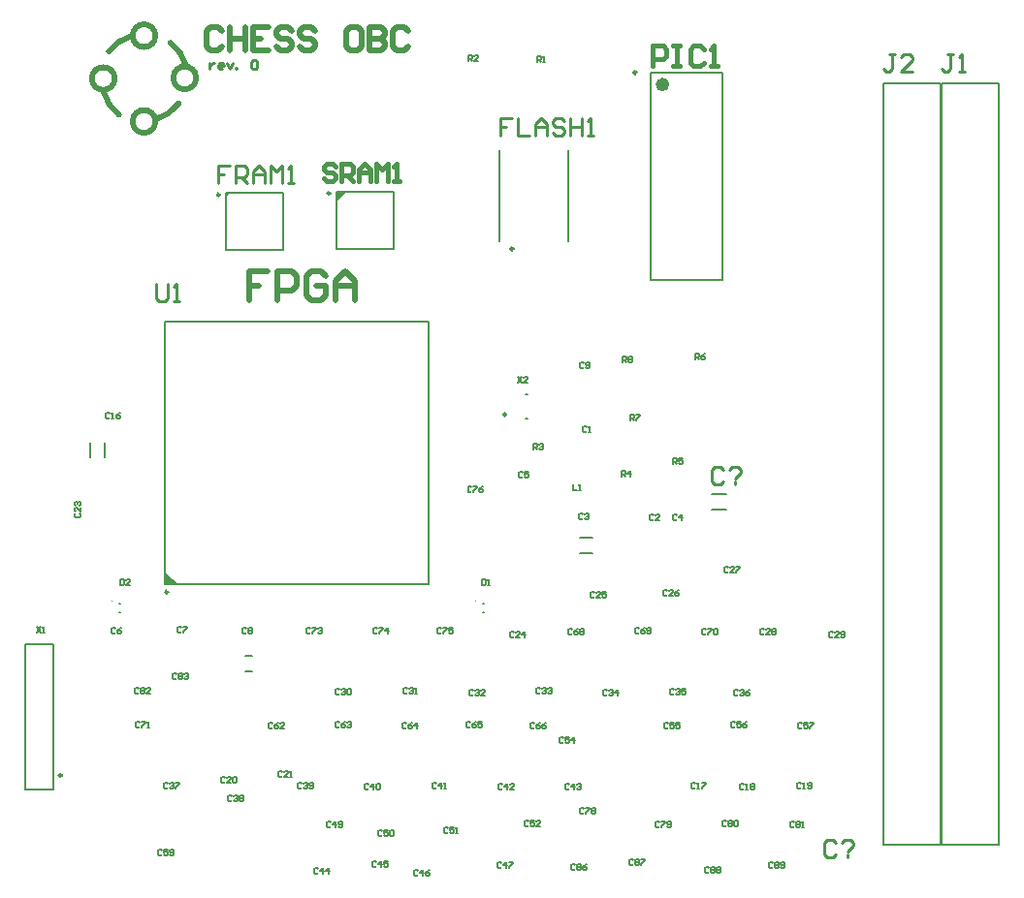
<source format=gto>
G04*
G04 #@! TF.GenerationSoftware,Altium Limited,Altium Designer,21.0.8 (223)*
G04*
G04 Layer_Color=65535*
%FSLAX25Y25*%
%MOIN*%
G70*
G04*
G04 #@! TF.SameCoordinates,1E681D1C-CCFD-48AA-A558-CB9795AED949*
G04*
G04*
G04 #@! TF.FilePolarity,Positive*
G04*
G01*
G75*
%ADD10C,0.00394*%
%ADD11C,0.00984*%
%ADD12C,0.02000*%
%ADD13C,0.02362*%
%ADD14C,0.00787*%
%ADD15C,0.01000*%
%ADD16C,0.00500*%
%ADD17C,0.01500*%
G36*
X186193Y238567D02*
X190130Y234630D01*
X186193D01*
Y238567D01*
D02*
G37*
G36*
X208088Y369342D02*
X207157Y368412D01*
Y369342D01*
X208088D01*
D02*
G37*
G36*
X248061Y369827D02*
X245079Y366844D01*
Y369827D01*
X248061D01*
D02*
G37*
D10*
X168102Y229024D02*
G03*
X168102Y229024I-197J0D01*
G01*
X293102D02*
G03*
X293102Y229024I-197J0D01*
G01*
D11*
X303512Y293146D02*
G03*
X303512Y293146I-492J0D01*
G01*
X205091Y368752D02*
G03*
X205091Y368752I-492J0D01*
G01*
X187276Y232071D02*
G03*
X187276Y232071I-492J0D01*
G01*
X305992Y350169D02*
G03*
X305992Y350169I-492J0D01*
G01*
X150776Y169000D02*
G03*
X150776Y169000I-492J0D01*
G01*
X348276Y410847D02*
G03*
X348276Y410847I-492J0D01*
G01*
X243012Y369236D02*
G03*
X243012Y369236I-492J0D01*
G01*
D12*
X165078Y404299D02*
G03*
X170350Y396307I14362J3739D01*
G01*
X175000Y423500D02*
G03*
X166894Y418080I3739J-14362D01*
G01*
X193500Y413000D02*
G03*
X188080Y421106I-14362J-3739D01*
G01*
X182739Y394638D02*
G03*
X190935Y400179I-3739J14362D01*
G01*
X168905Y408750D02*
G03*
X168905Y408750I-3905J0D01*
G01*
X182905Y423500D02*
G03*
X182905Y423500I-3905J0D01*
G01*
Y394000D02*
G03*
X182905Y394000I-3905J0D01*
G01*
X196905Y409000D02*
G03*
X196905Y409000I-3905J0D01*
G01*
X205832Y425165D02*
X204499Y426497D01*
X201833D01*
X200500Y425165D01*
Y419833D01*
X201833Y418500D01*
X204499D01*
X205832Y419833D01*
X208497Y426497D02*
Y418500D01*
Y422499D01*
X213829D01*
Y426497D01*
Y418500D01*
X221826Y426497D02*
X216495D01*
Y418500D01*
X221826D01*
X216495Y422499D02*
X219161D01*
X229824Y425165D02*
X228491Y426497D01*
X225825D01*
X224492Y425165D01*
Y423832D01*
X225825Y422499D01*
X228491D01*
X229824Y421166D01*
Y419833D01*
X228491Y418500D01*
X225825D01*
X224492Y419833D01*
X237821Y425165D02*
X236488Y426497D01*
X233822D01*
X232490Y425165D01*
Y423832D01*
X233822Y422499D01*
X236488D01*
X237821Y421166D01*
Y419833D01*
X236488Y418500D01*
X233822D01*
X232490Y419833D01*
X252483Y426497D02*
X249817D01*
X248484Y425165D01*
Y419833D01*
X249817Y418500D01*
X252483D01*
X253816Y419833D01*
Y425165D01*
X252483Y426497D01*
X256482D02*
Y418500D01*
X260481D01*
X261813Y419833D01*
Y421166D01*
X260481Y422499D01*
X256482D01*
X260481D01*
X261813Y423832D01*
Y425165D01*
X260481Y426497D01*
X256482D01*
X269811Y425165D02*
X268478Y426497D01*
X265812D01*
X264479Y425165D01*
Y419833D01*
X265812Y418500D01*
X268478D01*
X269811Y419833D01*
X221665Y342497D02*
X215000D01*
Y337498D01*
X218332D01*
X215000D01*
Y332500D01*
X224997D02*
Y342497D01*
X229995D01*
X231661Y340831D01*
Y337498D01*
X229995Y335832D01*
X224997D01*
X241658Y340831D02*
X239992Y342497D01*
X236660D01*
X234994Y340831D01*
Y334166D01*
X236660Y332500D01*
X239992D01*
X241658Y334166D01*
Y337498D01*
X238326D01*
X244990Y332500D02*
Y339164D01*
X248323Y342497D01*
X251655Y339164D01*
Y332500D01*
Y337498D01*
X244990D01*
D13*
X358413Y406693D02*
G03*
X358413Y406693I-1181J0D01*
G01*
D14*
X374005Y265657D02*
X379014D01*
X374005Y260343D02*
X379014D01*
X160343Y278495D02*
Y283505D01*
X165657Y278495D02*
Y283505D01*
X170370Y225087D02*
X170953D01*
X170370Y228236D02*
X170953D01*
X295370Y225087D02*
X295953D01*
X295370Y228236D02*
X295953D01*
X310106Y291866D02*
X310894D01*
X310106Y300134D02*
X310894D01*
X328912Y245320D02*
X333046D01*
X328933Y250658D02*
X333067D01*
X207157Y368412D02*
X208088Y369342D01*
X207157Y349658D02*
Y369342D01*
X226842Y349658D02*
Y369342D01*
X207157D02*
X226842D01*
X207157Y349658D02*
X226842D01*
X276744Y234630D02*
Y325181D01*
X186193Y234630D02*
Y325181D01*
X276744D01*
X186193Y234630D02*
X276744D01*
X186193Y238567D02*
X190130Y234630D01*
X301189Y352752D02*
Y384248D01*
X324811Y352752D02*
Y384248D01*
X453256Y144996D02*
Y407004D01*
Y144996D02*
X472744D01*
Y407004D01*
X453256D02*
X472744D01*
X433256Y144996D02*
Y407004D01*
Y144996D02*
X452744D01*
Y407004D01*
X433256D02*
X452744D01*
X213819Y204842D02*
X216181D01*
X213819Y210157D02*
X216181D01*
X138276Y164000D02*
X147724D01*
Y214000D01*
X138276D02*
X147724D01*
X138276Y164000D02*
Y214000D01*
X353295Y339370D02*
X377705D01*
X353295Y410630D02*
X377705D01*
Y339370D02*
Y410630D01*
X353295Y339370D02*
Y410630D01*
X245079Y350142D02*
X264764D01*
X245079Y369827D02*
X264764D01*
Y350142D02*
Y369827D01*
X245079Y350142D02*
Y369827D01*
Y366844D02*
X248061Y369827D01*
D15*
X201500Y413999D02*
Y412000D01*
Y413000D01*
X202000Y413499D01*
X202500Y413999D01*
X202999D01*
X205998Y412000D02*
X204999D01*
X204499Y412500D01*
Y413499D01*
X204999Y413999D01*
X205998D01*
X206498Y413499D01*
Y413000D01*
X204499D01*
X207498Y413999D02*
X208498Y412000D01*
X209497Y413999D01*
X210497Y412000D02*
Y412500D01*
X210997D01*
Y412000D01*
X210497D01*
X215995Y414499D02*
X216495Y414999D01*
X217495D01*
X217995Y414499D01*
Y412500D01*
X217495Y412000D01*
X216495D01*
X215995Y412500D01*
Y414499D01*
X378258Y274048D02*
X377259Y275048D01*
X375259D01*
X374260Y274048D01*
Y270050D01*
X375259Y269050D01*
X377259D01*
X378258Y270050D01*
X380258Y274048D02*
X381257Y275048D01*
X383257D01*
X384256Y274048D01*
Y273049D01*
X382257Y271049D01*
Y270050D02*
Y269050D01*
X416749Y145748D02*
X415749Y146748D01*
X413750D01*
X412750Y145748D01*
Y141750D01*
X413750Y140750D01*
X415749D01*
X416749Y141750D01*
X418748Y145748D02*
X419748Y146748D01*
X421747D01*
X422747Y145748D01*
Y144749D01*
X420747Y142749D01*
Y141750D02*
Y140750D01*
X208599Y378798D02*
X204600D01*
Y375799D01*
X206599D01*
X204600D01*
Y372800D01*
X210598D02*
Y378798D01*
X213597D01*
X214597Y377798D01*
Y375799D01*
X213597Y374799D01*
X210598D01*
X212597D02*
X214597Y372800D01*
X216596D02*
Y376799D01*
X218596Y378798D01*
X220595Y376799D01*
Y372800D01*
Y375799D01*
X216596D01*
X222594Y372800D02*
Y378798D01*
X224593Y376799D01*
X226593Y378798D01*
Y372800D01*
X228592D02*
X230592D01*
X229592D01*
Y378798D01*
X228592Y377798D01*
X305399Y394998D02*
X301400D01*
Y391999D01*
X303399D01*
X301400D01*
Y389000D01*
X307398Y394998D02*
Y389000D01*
X311397D01*
X313396D02*
Y392999D01*
X315395Y394998D01*
X317395Y392999D01*
Y389000D01*
Y391999D01*
X313396D01*
X323393Y393998D02*
X322393Y394998D01*
X320394D01*
X319394Y393998D01*
Y392999D01*
X320394Y391999D01*
X322393D01*
X323393Y390999D01*
Y390000D01*
X322393Y389000D01*
X320394D01*
X319394Y390000D01*
X325392Y394998D02*
Y389000D01*
Y391999D01*
X329391D01*
Y394998D01*
Y389000D01*
X331390D02*
X333390D01*
X332390D01*
Y394998D01*
X331390Y393998D01*
X183200Y338198D02*
Y333200D01*
X184200Y332200D01*
X186199D01*
X187199Y333200D01*
Y338198D01*
X189198Y332200D02*
X191197D01*
X190198D01*
Y338198D01*
X189198Y337198D01*
X437299Y416998D02*
X435299D01*
X436299D01*
Y412000D01*
X435299Y411000D01*
X434300D01*
X433300Y412000D01*
X443297Y411000D02*
X439298D01*
X443297Y414999D01*
Y415998D01*
X442297Y416998D01*
X440298D01*
X439298Y415998D01*
X457299Y416998D02*
X455299D01*
X456299D01*
Y412000D01*
X455299Y411000D01*
X454300D01*
X453300Y412000D01*
X459298Y411000D02*
X461297D01*
X460298D01*
Y416998D01*
X459298Y415998D01*
D16*
X307476Y306145D02*
X308808Y304146D01*
Y306145D02*
X307476Y304146D01*
X310808D02*
X309475D01*
X310808Y305479D01*
Y305812D01*
X310475Y306145D01*
X309808D01*
X309475Y305812D01*
X330167Y310666D02*
X329834Y311000D01*
X329167D01*
X328834Y310666D01*
Y309334D01*
X329167Y309000D01*
X329834D01*
X330167Y309334D01*
X330833D02*
X331167Y309000D01*
X331833D01*
X332166Y309334D01*
Y310666D01*
X331833Y311000D01*
X331167D01*
X330833Y310666D01*
Y310333D01*
X331167Y310000D01*
X332166D01*
X354214Y258505D02*
X353881Y258839D01*
X353215D01*
X352881Y258505D01*
Y257172D01*
X353215Y256839D01*
X353881D01*
X354214Y257172D01*
X356213Y256839D02*
X354881D01*
X356213Y258172D01*
Y258505D01*
X355880Y258839D01*
X355214D01*
X354881Y258505D01*
X331047Y288615D02*
X330714Y288949D01*
X330048D01*
X329714Y288615D01*
Y287283D01*
X330048Y286949D01*
X330714D01*
X331047Y287283D01*
X331714Y286949D02*
X332380D01*
X332047D01*
Y288949D01*
X331714Y288615D01*
X309105Y273115D02*
X308772Y273449D01*
X308105D01*
X307772Y273115D01*
Y271783D01*
X308105Y271449D01*
X308772D01*
X309105Y271783D01*
X311104Y273449D02*
X309771D01*
Y272449D01*
X310438Y272782D01*
X310771D01*
X311104Y272449D01*
Y271783D01*
X310771Y271449D01*
X310105D01*
X309771Y271783D01*
X326490Y268949D02*
Y266949D01*
X327823D01*
X328489D02*
X329156D01*
X328822D01*
Y268949D01*
X328489Y268616D01*
X360732Y276199D02*
Y278199D01*
X361732D01*
X362065Y277866D01*
Y277199D01*
X361732Y276866D01*
X360732D01*
X361399D02*
X362065Y276199D01*
X364065Y278199D02*
X362732D01*
Y277199D01*
X363398Y277532D01*
X363731D01*
X364065Y277199D01*
Y276533D01*
X363731Y276199D01*
X363065D01*
X362732Y276533D01*
X312834Y281000D02*
Y283000D01*
X313834D01*
X314167Y282666D01*
Y282000D01*
X313834Y281667D01*
X312834D01*
X313500D02*
X314167Y281000D01*
X314833Y282666D02*
X315166Y283000D01*
X315833D01*
X316166Y282666D01*
Y282333D01*
X315833Y282000D01*
X315500D01*
X315833D01*
X316166Y281667D01*
Y281334D01*
X315833Y281000D01*
X315166D01*
X314833Y281334D01*
X343232Y271699D02*
Y273699D01*
X344232D01*
X344565Y273365D01*
Y272699D01*
X344232Y272366D01*
X343232D01*
X343899D02*
X344565Y271699D01*
X346231D02*
Y273699D01*
X345232Y272699D01*
X346565D01*
X343334Y311000D02*
Y313000D01*
X344334D01*
X344667Y312667D01*
Y312000D01*
X344334Y311667D01*
X343334D01*
X344000D02*
X344667Y311000D01*
X345333Y312667D02*
X345667Y313000D01*
X346333D01*
X346666Y312667D01*
Y312333D01*
X346333Y312000D01*
X346666Y311667D01*
Y311334D01*
X346333Y311000D01*
X345667D01*
X345333Y311334D01*
Y311667D01*
X345667Y312000D01*
X345333Y312333D01*
Y312667D01*
X345667Y312000D02*
X346333D01*
X346181Y291073D02*
Y293072D01*
X347181D01*
X347514Y292739D01*
Y292073D01*
X347181Y291739D01*
X346181D01*
X346848D02*
X347514Y291073D01*
X348181Y293072D02*
X349514D01*
Y292739D01*
X348181Y291406D01*
Y291073D01*
X368334Y312000D02*
Y314000D01*
X369334D01*
X369667Y313667D01*
Y313000D01*
X369334Y312667D01*
X368334D01*
X369000D02*
X369667Y312000D01*
X371666Y314000D02*
X371000Y313667D01*
X370333Y313000D01*
Y312334D01*
X370667Y312000D01*
X371333D01*
X371666Y312334D01*
Y312667D01*
X371333Y313000D01*
X370333D01*
X290581Y414749D02*
Y416749D01*
X291581D01*
X291914Y416416D01*
Y415749D01*
X291581Y415416D01*
X290581D01*
X291248D02*
X291914Y414749D01*
X293914D02*
X292581D01*
X293914Y416082D01*
Y416416D01*
X293580Y416749D01*
X292914D01*
X292581Y416416D01*
X314015Y414549D02*
Y416549D01*
X315014D01*
X315347Y416216D01*
Y415549D01*
X315014Y415216D01*
X314015D01*
X314681D02*
X315347Y414549D01*
X316014D02*
X316680D01*
X316347D01*
Y416549D01*
X316014Y416216D01*
X167181Y293316D02*
X166848Y293649D01*
X166181D01*
X165848Y293316D01*
Y291983D01*
X166181Y291649D01*
X166848D01*
X167181Y291983D01*
X167848Y291649D02*
X168514D01*
X168181D01*
Y293649D01*
X167848Y293316D01*
X170847Y293649D02*
X170180Y293316D01*
X169514Y292649D01*
Y291983D01*
X169847Y291649D01*
X170513D01*
X170847Y291983D01*
Y292316D01*
X170513Y292649D01*
X169514D01*
X214114Y219415D02*
X213781Y219749D01*
X213115D01*
X212782Y219415D01*
Y218083D01*
X213115Y217749D01*
X213781D01*
X214114Y218083D01*
X214781Y219415D02*
X215114Y219749D01*
X215781D01*
X216114Y219415D01*
Y219082D01*
X215781Y218749D01*
X216114Y218416D01*
Y218083D01*
X215781Y217749D01*
X215114D01*
X214781Y218083D01*
Y218416D01*
X215114Y218749D01*
X214781Y219082D01*
Y219415D01*
X215114Y218749D02*
X215781D01*
X191714Y219616D02*
X191381Y219949D01*
X190715D01*
X190381Y219616D01*
Y218283D01*
X190715Y217949D01*
X191381D01*
X191714Y218283D01*
X192381Y219949D02*
X193713D01*
Y219616D01*
X192381Y218283D01*
Y217949D01*
X169014Y219316D02*
X168681Y219649D01*
X168015D01*
X167681Y219316D01*
Y217983D01*
X168015Y217649D01*
X168681D01*
X169014Y217983D01*
X171013Y219649D02*
X170347Y219316D01*
X169681Y218649D01*
Y217983D01*
X170014Y217649D01*
X170680D01*
X171013Y217983D01*
Y218316D01*
X170680Y218649D01*
X169681D01*
X185167Y143166D02*
X184834Y143500D01*
X184167D01*
X183834Y143166D01*
Y141834D01*
X184167Y141500D01*
X184834D01*
X185167Y141834D01*
X187167Y143500D02*
X185834D01*
Y142500D01*
X186500Y142833D01*
X186833D01*
X187167Y142500D01*
Y141834D01*
X186833Y141500D01*
X186167D01*
X185834Y141834D01*
X187833D02*
X188166Y141500D01*
X188833D01*
X189166Y141834D01*
Y143166D01*
X188833Y143500D01*
X188166D01*
X187833Y143166D01*
Y142833D01*
X188166Y142500D01*
X189166D01*
X405064Y186865D02*
X404731Y187199D01*
X404065D01*
X403732Y186865D01*
Y185533D01*
X404065Y185199D01*
X404731D01*
X405064Y185533D01*
X407064Y187199D02*
X405731D01*
Y186199D01*
X406397Y186532D01*
X406731D01*
X407064Y186199D01*
Y185533D01*
X406731Y185199D01*
X406064D01*
X405731Y185533D01*
X407730Y187199D02*
X409063D01*
Y186865D01*
X407730Y185533D01*
Y185199D01*
X382165Y187165D02*
X381831Y187499D01*
X381165D01*
X380832Y187165D01*
Y185833D01*
X381165Y185499D01*
X381831D01*
X382165Y185833D01*
X384164Y187499D02*
X382831D01*
Y186499D01*
X383497Y186832D01*
X383831D01*
X384164Y186499D01*
Y185833D01*
X383831Y185499D01*
X383164D01*
X382831Y185833D01*
X386163Y187499D02*
X385497Y187165D01*
X384830Y186499D01*
Y185833D01*
X385163Y185499D01*
X385830D01*
X386163Y185833D01*
Y186166D01*
X385830Y186499D01*
X384830D01*
X359015Y186926D02*
X358681Y187259D01*
X358015D01*
X357682Y186926D01*
Y185593D01*
X358015Y185260D01*
X358681D01*
X359015Y185593D01*
X361014Y187259D02*
X359681D01*
Y186259D01*
X360347Y186592D01*
X360681D01*
X361014Y186259D01*
Y185593D01*
X360681Y185260D01*
X360014D01*
X359681Y185593D01*
X363013Y187259D02*
X361680D01*
Y186259D01*
X362347Y186592D01*
X362680D01*
X363013Y186259D01*
Y185593D01*
X362680Y185260D01*
X362014D01*
X361680Y185593D01*
X323215Y181726D02*
X322881Y182059D01*
X322215D01*
X321882Y181726D01*
Y180393D01*
X322215Y180060D01*
X322881D01*
X323215Y180393D01*
X325214Y182059D02*
X323881D01*
Y181059D01*
X324547Y181393D01*
X324881D01*
X325214Y181059D01*
Y180393D01*
X324881Y180060D01*
X324214D01*
X323881Y180393D01*
X326880Y180060D02*
Y182059D01*
X325880Y181059D01*
X327213D01*
X313015Y186926D02*
X312681Y187259D01*
X312015D01*
X311682Y186926D01*
Y185593D01*
X312015Y185260D01*
X312681D01*
X313015Y185593D01*
X315014Y187259D02*
X314347Y186926D01*
X313681Y186259D01*
Y185593D01*
X314014Y185260D01*
X314681D01*
X315014Y185593D01*
Y185926D01*
X314681Y186259D01*
X313681D01*
X317013Y187259D02*
X316347Y186926D01*
X315680Y186259D01*
Y185593D01*
X316014Y185260D01*
X316680D01*
X317013Y185593D01*
Y185926D01*
X316680Y186259D01*
X315680D01*
X291165Y187165D02*
X290832Y187499D01*
X290165D01*
X289832Y187165D01*
Y185833D01*
X290165Y185499D01*
X290832D01*
X291165Y185833D01*
X293164Y187499D02*
X292498Y187165D01*
X291831Y186499D01*
Y185833D01*
X292164Y185499D01*
X292831D01*
X293164Y185833D01*
Y186166D01*
X292831Y186499D01*
X291831D01*
X295163Y187499D02*
X293831D01*
Y186499D01*
X294497Y186832D01*
X294830D01*
X295163Y186499D01*
Y185833D01*
X294830Y185499D01*
X294164D01*
X293831Y185833D01*
X269015Y186926D02*
X268681Y187259D01*
X268015D01*
X267682Y186926D01*
Y185593D01*
X268015Y185260D01*
X268681D01*
X269015Y185593D01*
X271014Y187259D02*
X270347Y186926D01*
X269681Y186259D01*
Y185593D01*
X270014Y185260D01*
X270681D01*
X271014Y185593D01*
Y185926D01*
X270681Y186259D01*
X269681D01*
X272680Y185260D02*
Y187259D01*
X271680Y186259D01*
X273013D01*
X246215Y187226D02*
X245881Y187559D01*
X245215D01*
X244882Y187226D01*
Y185893D01*
X245215Y185560D01*
X245881D01*
X246215Y185893D01*
X248214Y187559D02*
X247547Y187226D01*
X246881Y186559D01*
Y185893D01*
X247214Y185560D01*
X247881D01*
X248214Y185893D01*
Y186226D01*
X247881Y186559D01*
X246881D01*
X248880Y187226D02*
X249214Y187559D01*
X249880D01*
X250213Y187226D01*
Y186892D01*
X249880Y186559D01*
X249547D01*
X249880D01*
X250213Y186226D01*
Y185893D01*
X249880Y185560D01*
X249214D01*
X248880Y185893D01*
X223014Y186926D02*
X222681Y187259D01*
X222015D01*
X221682Y186926D01*
Y185593D01*
X222015Y185260D01*
X222681D01*
X223014Y185593D01*
X225014Y187259D02*
X224347Y186926D01*
X223681Y186259D01*
Y185593D01*
X224014Y185260D01*
X224681D01*
X225014Y185593D01*
Y185926D01*
X224681Y186259D01*
X223681D01*
X227013Y185260D02*
X225680D01*
X227013Y186592D01*
Y186926D01*
X226680Y187259D01*
X226013D01*
X225680Y186926D01*
X177548Y187226D02*
X177215Y187559D01*
X176548D01*
X176215Y187226D01*
Y185893D01*
X176548Y185560D01*
X177215D01*
X177548Y185893D01*
X178214Y187559D02*
X179547D01*
Y187226D01*
X178214Y185893D01*
Y185560D01*
X180213D02*
X180880D01*
X180547D01*
Y187559D01*
X180213Y187226D01*
X372064Y219266D02*
X371731Y219599D01*
X371065D01*
X370732Y219266D01*
Y217933D01*
X371065Y217599D01*
X371731D01*
X372064Y217933D01*
X372731Y219599D02*
X374064D01*
Y219266D01*
X372731Y217933D01*
Y217599D01*
X374730Y219266D02*
X375063Y219599D01*
X375730D01*
X376063Y219266D01*
Y217933D01*
X375730Y217599D01*
X375063D01*
X374730Y217933D01*
Y219266D01*
X349165Y219566D02*
X348831Y219899D01*
X348165D01*
X347832Y219566D01*
Y218233D01*
X348165Y217899D01*
X348831D01*
X349165Y218233D01*
X351164Y219899D02*
X350497Y219566D01*
X349831Y218899D01*
Y218233D01*
X350164Y217899D01*
X350831D01*
X351164Y218233D01*
Y218566D01*
X350831Y218899D01*
X349831D01*
X351830Y218233D02*
X352164Y217899D01*
X352830D01*
X353163Y218233D01*
Y219566D01*
X352830Y219899D01*
X352164D01*
X351830Y219566D01*
Y219232D01*
X352164Y218899D01*
X353163D01*
X326064Y219266D02*
X325731Y219599D01*
X325065D01*
X324732Y219266D01*
Y217933D01*
X325065Y217599D01*
X325731D01*
X326064Y217933D01*
X328064Y219599D02*
X327397Y219266D01*
X326731Y218599D01*
Y217933D01*
X327064Y217599D01*
X327731D01*
X328064Y217933D01*
Y218266D01*
X327731Y218599D01*
X326731D01*
X328730Y219266D02*
X329064Y219599D01*
X329730D01*
X330063Y219266D01*
Y218932D01*
X329730Y218599D01*
X330063Y218266D01*
Y217933D01*
X329730Y217599D01*
X329064D01*
X328730Y217933D01*
Y218266D01*
X329064Y218599D01*
X328730Y218932D01*
Y219266D01*
X329064Y218599D02*
X329730D01*
X291665Y268176D02*
X291331Y268509D01*
X290665D01*
X290332Y268176D01*
Y266843D01*
X290665Y266510D01*
X291331D01*
X291665Y266843D01*
X292331Y268509D02*
X293664D01*
Y268176D01*
X292331Y266843D01*
Y266510D01*
X295663Y268509D02*
X294997Y268176D01*
X294330Y267509D01*
Y266843D01*
X294664Y266510D01*
X295330D01*
X295663Y266843D01*
Y267176D01*
X295330Y267509D01*
X294330D01*
X281015Y219316D02*
X280682Y219649D01*
X280015D01*
X279682Y219316D01*
Y217983D01*
X280015Y217649D01*
X280682D01*
X281015Y217983D01*
X281681Y219649D02*
X283014D01*
Y219316D01*
X281681Y217983D01*
Y217649D01*
X285014Y219649D02*
X283681D01*
Y218649D01*
X284347Y218982D01*
X284680D01*
X285014Y218649D01*
Y217983D01*
X284680Y217649D01*
X284014D01*
X283681Y217983D01*
X259165Y219566D02*
X258831Y219899D01*
X258165D01*
X257832Y219566D01*
Y218233D01*
X258165Y217899D01*
X258831D01*
X259165Y218233D01*
X259831Y219899D02*
X261164D01*
Y219566D01*
X259831Y218233D01*
Y217899D01*
X262830D02*
Y219899D01*
X261830Y218899D01*
X263163D01*
X236015Y219316D02*
X235681Y219649D01*
X235015D01*
X234682Y219316D01*
Y217983D01*
X235015Y217649D01*
X235681D01*
X236015Y217983D01*
X236681Y219649D02*
X238014D01*
Y219316D01*
X236681Y217983D01*
Y217649D01*
X238680Y219316D02*
X239014Y219649D01*
X239680D01*
X240013Y219316D01*
Y218982D01*
X239680Y218649D01*
X239347D01*
X239680D01*
X240013Y218316D01*
Y217983D01*
X239680Y217649D01*
X239014D01*
X238680Y217983D01*
X190015Y203816D02*
X189681Y204149D01*
X189015D01*
X188682Y203816D01*
Y202483D01*
X189015Y202149D01*
X189681D01*
X190015Y202483D01*
X190681Y203816D02*
X191014Y204149D01*
X191681D01*
X192014Y203816D01*
Y203482D01*
X191681Y203149D01*
X192014Y202816D01*
Y202483D01*
X191681Y202149D01*
X191014D01*
X190681Y202483D01*
Y202816D01*
X191014Y203149D01*
X190681Y203482D01*
Y203816D01*
X191014Y203149D02*
X191681D01*
X192680Y203816D02*
X193014Y204149D01*
X193680D01*
X194013Y203816D01*
Y203482D01*
X193680Y203149D01*
X193347D01*
X193680D01*
X194013Y202816D01*
Y202483D01*
X193680Y202149D01*
X193014D01*
X192680Y202483D01*
X177215Y198616D02*
X176881Y198949D01*
X176215D01*
X175882Y198616D01*
Y197283D01*
X176215Y196949D01*
X176881D01*
X177215Y197283D01*
X177881Y198616D02*
X178214Y198949D01*
X178881D01*
X179214Y198616D01*
Y198282D01*
X178881Y197949D01*
X179214Y197616D01*
Y197283D01*
X178881Y196949D01*
X178214D01*
X177881Y197283D01*
Y197616D01*
X178214Y197949D01*
X177881Y198282D01*
Y198616D01*
X178214Y197949D02*
X178881D01*
X181213Y196949D02*
X179880D01*
X181213Y198282D01*
Y198616D01*
X180880Y198949D01*
X180213D01*
X179880Y198616D01*
X402348Y152926D02*
X402014Y153259D01*
X401348D01*
X401015Y152926D01*
Y151593D01*
X401348Y151260D01*
X402014D01*
X402348Y151593D01*
X403014Y152926D02*
X403347Y153259D01*
X404014D01*
X404347Y152926D01*
Y152593D01*
X404014Y152259D01*
X404347Y151926D01*
Y151593D01*
X404014Y151260D01*
X403347D01*
X403014Y151593D01*
Y151926D01*
X403347Y152259D01*
X403014Y152593D01*
Y152926D01*
X403347Y152259D02*
X404014D01*
X405014Y151260D02*
X405680D01*
X405347D01*
Y153259D01*
X405014Y152926D01*
X379165Y153165D02*
X378831Y153499D01*
X378165D01*
X377832Y153165D01*
Y151833D01*
X378165Y151499D01*
X378831D01*
X379165Y151833D01*
X379831Y153165D02*
X380164Y153499D01*
X380831D01*
X381164Y153165D01*
Y152832D01*
X380831Y152499D01*
X381164Y152166D01*
Y151833D01*
X380831Y151499D01*
X380164D01*
X379831Y151833D01*
Y152166D01*
X380164Y152499D01*
X379831Y152832D01*
Y153165D01*
X380164Y152499D02*
X380831D01*
X381830Y153165D02*
X382164Y153499D01*
X382830D01*
X383163Y153165D01*
Y151833D01*
X382830Y151499D01*
X382164D01*
X381830Y151833D01*
Y153165D01*
X356014Y152926D02*
X355681Y153259D01*
X355015D01*
X354682Y152926D01*
Y151593D01*
X355015Y151260D01*
X355681D01*
X356014Y151593D01*
X356681Y153259D02*
X358014D01*
Y152926D01*
X356681Y151593D01*
Y151260D01*
X358680Y151593D02*
X359014Y151260D01*
X359680D01*
X360013Y151593D01*
Y152926D01*
X359680Y153259D01*
X359014D01*
X358680Y152926D01*
Y152593D01*
X359014Y152259D01*
X360013D01*
X330065Y157366D02*
X329731Y157699D01*
X329065D01*
X328732Y157366D01*
Y156033D01*
X329065Y155699D01*
X329731D01*
X330065Y156033D01*
X330731Y157699D02*
X332064D01*
Y157366D01*
X330731Y156033D01*
Y155699D01*
X332730Y157366D02*
X333064Y157699D01*
X333730D01*
X334063Y157366D01*
Y157032D01*
X333730Y156699D01*
X334063Y156366D01*
Y156033D01*
X333730Y155699D01*
X333064D01*
X332730Y156033D01*
Y156366D01*
X333064Y156699D01*
X332730Y157032D01*
Y157366D01*
X333064Y156699D02*
X333730D01*
X311215Y153226D02*
X310882Y153559D01*
X310215D01*
X309882Y153226D01*
Y151893D01*
X310215Y151560D01*
X310882D01*
X311215Y151893D01*
X313214Y153559D02*
X311881D01*
Y152559D01*
X312548Y152892D01*
X312881D01*
X313214Y152559D01*
Y151893D01*
X312881Y151560D01*
X312214D01*
X311881Y151893D01*
X315213Y151560D02*
X313881D01*
X315213Y152892D01*
Y153226D01*
X314880Y153559D01*
X314214D01*
X313881Y153226D01*
X283500Y150666D02*
X283167Y151000D01*
X282501D01*
X282167Y150666D01*
Y149334D01*
X282501Y149000D01*
X283167D01*
X283500Y149334D01*
X285500Y151000D02*
X284167D01*
Y150000D01*
X284833Y150333D01*
X285167D01*
X285500Y150000D01*
Y149334D01*
X285167Y149000D01*
X284500D01*
X284167Y149334D01*
X286166Y149000D02*
X286833D01*
X286499D01*
Y151000D01*
X286166Y150666D01*
X260667Y149667D02*
X260334Y150000D01*
X259667D01*
X259334Y149667D01*
Y148334D01*
X259667Y148000D01*
X260334D01*
X260667Y148334D01*
X262666Y150000D02*
X261334D01*
Y149000D01*
X262000Y149333D01*
X262333D01*
X262666Y149000D01*
Y148334D01*
X262333Y148000D01*
X261667D01*
X261334Y148334D01*
X263333Y149667D02*
X263666Y150000D01*
X264333D01*
X264666Y149667D01*
Y148334D01*
X264333Y148000D01*
X263666D01*
X263333Y148334D01*
Y149667D01*
X243064Y152866D02*
X242731Y153199D01*
X242065D01*
X241732Y152866D01*
Y151533D01*
X242065Y151199D01*
X242731D01*
X243064Y151533D01*
X244731Y151199D02*
Y153199D01*
X243731Y152199D01*
X245064D01*
X245730Y151533D02*
X246063Y151199D01*
X246730D01*
X247063Y151533D01*
Y152866D01*
X246730Y153199D01*
X246063D01*
X245730Y152866D01*
Y152532D01*
X246063Y152199D01*
X247063D01*
X395167Y138666D02*
X394834Y139000D01*
X394167D01*
X393834Y138666D01*
Y137334D01*
X394167Y137000D01*
X394834D01*
X395167Y137334D01*
X395834Y138666D02*
X396167Y139000D01*
X396833D01*
X397166Y138666D01*
Y138333D01*
X396833Y138000D01*
X397166Y137667D01*
Y137334D01*
X396833Y137000D01*
X396167D01*
X395834Y137334D01*
Y137667D01*
X396167Y138000D01*
X395834Y138333D01*
Y138666D01*
X396167Y138000D02*
X396833D01*
X397833Y137334D02*
X398166Y137000D01*
X398833D01*
X399166Y137334D01*
Y138666D01*
X398833Y139000D01*
X398166D01*
X397833Y138666D01*
Y138333D01*
X398166Y138000D01*
X399166D01*
X373167Y137167D02*
X372834Y137500D01*
X372167D01*
X371834Y137167D01*
Y135834D01*
X372167Y135500D01*
X372834D01*
X373167Y135834D01*
X373834Y137167D02*
X374167Y137500D01*
X374833D01*
X375166Y137167D01*
Y136833D01*
X374833Y136500D01*
X375166Y136167D01*
Y135834D01*
X374833Y135500D01*
X374167D01*
X373834Y135834D01*
Y136167D01*
X374167Y136500D01*
X373834Y136833D01*
Y137167D01*
X374167Y136500D02*
X374833D01*
X375833Y137167D02*
X376166Y137500D01*
X376833D01*
X377166Y137167D01*
Y136833D01*
X376833Y136500D01*
X377166Y136167D01*
Y135834D01*
X376833Y135500D01*
X376166D01*
X375833Y135834D01*
Y136167D01*
X376166Y136500D01*
X375833Y136833D01*
Y137167D01*
X376166Y136500D02*
X376833D01*
X347167Y139666D02*
X346834Y140000D01*
X346167D01*
X345834Y139666D01*
Y138334D01*
X346167Y138000D01*
X346834D01*
X347167Y138334D01*
X347834Y139666D02*
X348167Y140000D01*
X348833D01*
X349166Y139666D01*
Y139333D01*
X348833Y139000D01*
X349166Y138667D01*
Y138334D01*
X348833Y138000D01*
X348167D01*
X347834Y138334D01*
Y138667D01*
X348167Y139000D01*
X347834Y139333D01*
Y139666D01*
X348167Y139000D02*
X348833D01*
X349833Y140000D02*
X351166D01*
Y139666D01*
X349833Y138334D01*
Y138000D01*
X327167Y138166D02*
X326834Y138500D01*
X326167D01*
X325834Y138166D01*
Y136834D01*
X326167Y136500D01*
X326834D01*
X327167Y136834D01*
X327834Y138166D02*
X328167Y138500D01*
X328833D01*
X329166Y138166D01*
Y137833D01*
X328833Y137500D01*
X329166Y137167D01*
Y136834D01*
X328833Y136500D01*
X328167D01*
X327834Y136834D01*
Y137167D01*
X328167Y137500D01*
X327834Y137833D01*
Y138166D01*
X328167Y137500D02*
X328833D01*
X331166Y138500D02*
X330499Y138166D01*
X329833Y137500D01*
Y136834D01*
X330166Y136500D01*
X330833D01*
X331166Y136834D01*
Y137167D01*
X330833Y137500D01*
X329833D01*
X301667Y138666D02*
X301334Y139000D01*
X300667D01*
X300334Y138666D01*
Y137334D01*
X300667Y137000D01*
X301334D01*
X301667Y137334D01*
X303333Y137000D02*
Y139000D01*
X302334Y138000D01*
X303666D01*
X304333Y139000D02*
X305666D01*
Y138666D01*
X304333Y137334D01*
Y137000D01*
X273199Y136056D02*
X272865Y136390D01*
X272199D01*
X271866Y136056D01*
Y134723D01*
X272199Y134390D01*
X272865D01*
X273199Y134723D01*
X274865Y134390D02*
Y136390D01*
X273865Y135390D01*
X275198D01*
X277197Y136390D02*
X276531Y136056D01*
X275864Y135390D01*
Y134723D01*
X276198Y134390D01*
X276864D01*
X277197Y134723D01*
Y135056D01*
X276864Y135390D01*
X275864D01*
X258667Y139166D02*
X258334Y139500D01*
X257667D01*
X257334Y139166D01*
Y137834D01*
X257667Y137500D01*
X258334D01*
X258667Y137834D01*
X260333Y137500D02*
Y139500D01*
X259334Y138500D01*
X260666D01*
X262666Y139500D02*
X261333D01*
Y138500D01*
X261999Y138833D01*
X262333D01*
X262666Y138500D01*
Y137834D01*
X262333Y137500D01*
X261666D01*
X261333Y137834D01*
X238667Y136667D02*
X238334Y137000D01*
X237667D01*
X237334Y136667D01*
Y135334D01*
X237667Y135000D01*
X238334D01*
X238667Y135334D01*
X240333Y135000D02*
Y137000D01*
X239334Y136000D01*
X240666D01*
X242333Y135000D02*
Y137000D01*
X241333Y136000D01*
X242666D01*
X325064Y165866D02*
X324731Y166199D01*
X324065D01*
X323732Y165866D01*
Y164533D01*
X324065Y164199D01*
X324731D01*
X325064Y164533D01*
X326731Y164199D02*
Y166199D01*
X325731Y165199D01*
X327064D01*
X327730Y165866D02*
X328064Y166199D01*
X328730D01*
X329063Y165866D01*
Y165532D01*
X328730Y165199D01*
X328397D01*
X328730D01*
X329063Y164866D01*
Y164533D01*
X328730Y164199D01*
X328064D01*
X327730Y164533D01*
X302064Y165866D02*
X301731Y166199D01*
X301065D01*
X300732Y165866D01*
Y164533D01*
X301065Y164199D01*
X301731D01*
X302064Y164533D01*
X303731Y164199D02*
Y166199D01*
X302731Y165199D01*
X304064D01*
X306063Y164199D02*
X304730D01*
X306063Y165532D01*
Y165866D01*
X305730Y166199D01*
X305064D01*
X304730Y165866D01*
X279548Y166226D02*
X279215Y166559D01*
X278548D01*
X278215Y166226D01*
Y164893D01*
X278548Y164560D01*
X279215D01*
X279548Y164893D01*
X281214Y164560D02*
Y166559D01*
X280214Y165559D01*
X281547D01*
X282213Y164560D02*
X282880D01*
X282547D01*
Y166559D01*
X282213Y166226D01*
X256014Y165926D02*
X255681Y166259D01*
X255015D01*
X254682Y165926D01*
Y164593D01*
X255015Y164260D01*
X255681D01*
X256014Y164593D01*
X257681Y164260D02*
Y166259D01*
X256681Y165259D01*
X258014D01*
X258680Y165926D02*
X259014Y166259D01*
X259680D01*
X260013Y165926D01*
Y164593D01*
X259680Y164260D01*
X259014D01*
X258680Y164593D01*
Y165926D01*
X233165Y166165D02*
X232831Y166499D01*
X232165D01*
X231832Y166165D01*
Y164833D01*
X232165Y164499D01*
X232831D01*
X233165Y164833D01*
X233831Y166165D02*
X234164Y166499D01*
X234831D01*
X235164Y166165D01*
Y165832D01*
X234831Y165499D01*
X234497D01*
X234831D01*
X235164Y165166D01*
Y164833D01*
X234831Y164499D01*
X234164D01*
X233831Y164833D01*
X235830D02*
X236163Y164499D01*
X236830D01*
X237163Y164833D01*
Y166165D01*
X236830Y166499D01*
X236163D01*
X235830Y166165D01*
Y165832D01*
X236163Y165499D01*
X237163D01*
X209065Y161724D02*
X208731Y162057D01*
X208065D01*
X207732Y161724D01*
Y160391D01*
X208065Y160058D01*
X208731D01*
X209065Y160391D01*
X209731Y161724D02*
X210064Y162057D01*
X210731D01*
X211064Y161724D01*
Y161390D01*
X210731Y161057D01*
X210397D01*
X210731D01*
X211064Y160724D01*
Y160391D01*
X210731Y160058D01*
X210064D01*
X209731Y160391D01*
X211730Y161724D02*
X212064Y162057D01*
X212730D01*
X213063Y161724D01*
Y161390D01*
X212730Y161057D01*
X213063Y160724D01*
Y160391D01*
X212730Y160058D01*
X212064D01*
X211730Y160391D01*
Y160724D01*
X212064Y161057D01*
X211730Y161390D01*
Y161724D01*
X212064Y161057D02*
X212730D01*
X187215Y166226D02*
X186881Y166559D01*
X186215D01*
X185882Y166226D01*
Y164893D01*
X186215Y164560D01*
X186881D01*
X187215Y164893D01*
X187881Y166226D02*
X188214Y166559D01*
X188881D01*
X189214Y166226D01*
Y165893D01*
X188881Y165559D01*
X188547D01*
X188881D01*
X189214Y165226D01*
Y164893D01*
X188881Y164560D01*
X188214D01*
X187881Y164893D01*
X189880Y166559D02*
X191213D01*
Y166226D01*
X189880Y164893D01*
Y164560D01*
X383065Y198266D02*
X382732Y198599D01*
X382065D01*
X381732Y198266D01*
Y196933D01*
X382065Y196599D01*
X382732D01*
X383065Y196933D01*
X383731Y198266D02*
X384065Y198599D01*
X384731D01*
X385064Y198266D01*
Y197932D01*
X384731Y197599D01*
X384398D01*
X384731D01*
X385064Y197266D01*
Y196933D01*
X384731Y196599D01*
X384065D01*
X383731Y196933D01*
X387064Y198599D02*
X386397Y198266D01*
X385731Y197599D01*
Y196933D01*
X386064Y196599D01*
X386730D01*
X387064Y196933D01*
Y197266D01*
X386730Y197599D01*
X385731D01*
X361164Y198565D02*
X360831Y198899D01*
X360165D01*
X359832Y198565D01*
Y197233D01*
X360165Y196899D01*
X360831D01*
X361164Y197233D01*
X361831Y198565D02*
X362164Y198899D01*
X362831D01*
X363164Y198565D01*
Y198232D01*
X362831Y197899D01*
X362497D01*
X362831D01*
X363164Y197566D01*
Y197233D01*
X362831Y196899D01*
X362164D01*
X361831Y197233D01*
X365163Y198899D02*
X363830D01*
Y197899D01*
X364497Y198232D01*
X364830D01*
X365163Y197899D01*
Y197233D01*
X364830Y196899D01*
X364163D01*
X363830Y197233D01*
X338065Y198266D02*
X337731Y198599D01*
X337065D01*
X336732Y198266D01*
Y196933D01*
X337065Y196599D01*
X337731D01*
X338065Y196933D01*
X338731Y198266D02*
X339064Y198599D01*
X339731D01*
X340064Y198266D01*
Y197932D01*
X339731Y197599D01*
X339397D01*
X339731D01*
X340064Y197266D01*
Y196933D01*
X339731Y196599D01*
X339064D01*
X338731Y196933D01*
X341730Y196599D02*
Y198599D01*
X340730Y197599D01*
X342063D01*
X315214Y198616D02*
X314881Y198949D01*
X314215D01*
X313882Y198616D01*
Y197283D01*
X314215Y196949D01*
X314881D01*
X315214Y197283D01*
X315881Y198616D02*
X316214Y198949D01*
X316881D01*
X317214Y198616D01*
Y198282D01*
X316881Y197949D01*
X316547D01*
X316881D01*
X317214Y197616D01*
Y197283D01*
X316881Y196949D01*
X316214D01*
X315881Y197283D01*
X317880Y198616D02*
X318214Y198949D01*
X318880D01*
X319213Y198616D01*
Y198282D01*
X318880Y197949D01*
X318547D01*
X318880D01*
X319213Y197616D01*
Y197283D01*
X318880Y196949D01*
X318214D01*
X317880Y197283D01*
X292064Y198266D02*
X291731Y198599D01*
X291065D01*
X290732Y198266D01*
Y196933D01*
X291065Y196599D01*
X291731D01*
X292064Y196933D01*
X292731Y198266D02*
X293064Y198599D01*
X293731D01*
X294064Y198266D01*
Y197932D01*
X293731Y197599D01*
X293397D01*
X293731D01*
X294064Y197266D01*
Y196933D01*
X293731Y196599D01*
X293064D01*
X292731Y196933D01*
X296063Y196599D02*
X294730D01*
X296063Y197932D01*
Y198266D01*
X295730Y198599D01*
X295063D01*
X294730Y198266D01*
X269548Y198616D02*
X269215Y198949D01*
X268548D01*
X268215Y198616D01*
Y197283D01*
X268548Y196949D01*
X269215D01*
X269548Y197283D01*
X270214Y198616D02*
X270547Y198949D01*
X271214D01*
X271547Y198616D01*
Y198282D01*
X271214Y197949D01*
X270881D01*
X271214D01*
X271547Y197616D01*
Y197283D01*
X271214Y196949D01*
X270547D01*
X270214Y197283D01*
X272214Y196949D02*
X272880D01*
X272547D01*
Y198949D01*
X272214Y198616D01*
X246014Y198316D02*
X245681Y198649D01*
X245015D01*
X244682Y198316D01*
Y196983D01*
X245015Y196649D01*
X245681D01*
X246014Y196983D01*
X246681Y198316D02*
X247014Y198649D01*
X247681D01*
X248014Y198316D01*
Y197982D01*
X247681Y197649D01*
X247347D01*
X247681D01*
X248014Y197316D01*
Y196983D01*
X247681Y196649D01*
X247014D01*
X246681Y196983D01*
X248680Y198316D02*
X249013Y198649D01*
X249680D01*
X250013Y198316D01*
Y196983D01*
X249680Y196649D01*
X249013D01*
X248680Y196983D01*
Y198316D01*
X415667Y218166D02*
X415334Y218500D01*
X414667D01*
X414334Y218166D01*
Y216834D01*
X414667Y216500D01*
X415334D01*
X415667Y216834D01*
X417666Y216500D02*
X416334D01*
X417666Y217833D01*
Y218166D01*
X417333Y218500D01*
X416667D01*
X416334Y218166D01*
X418333Y216834D02*
X418666Y216500D01*
X419333D01*
X419666Y216834D01*
Y218166D01*
X419333Y218500D01*
X418666D01*
X418333Y218166D01*
Y217833D01*
X418666Y217500D01*
X419666D01*
X392167Y219166D02*
X391834Y219500D01*
X391167D01*
X390834Y219166D01*
Y217834D01*
X391167Y217500D01*
X391834D01*
X392167Y217834D01*
X394166Y217500D02*
X392834D01*
X394166Y218833D01*
Y219166D01*
X393833Y219500D01*
X393167D01*
X392834Y219166D01*
X394833D02*
X395166Y219500D01*
X395833D01*
X396166Y219166D01*
Y218833D01*
X395833Y218500D01*
X396166Y218167D01*
Y217834D01*
X395833Y217500D01*
X395166D01*
X394833Y217834D01*
Y218167D01*
X395166Y218500D01*
X394833Y218833D01*
Y219166D01*
X395166Y218500D02*
X395833D01*
X379667Y240556D02*
X379334Y240889D01*
X378667D01*
X378334Y240556D01*
Y239223D01*
X378667Y238890D01*
X379334D01*
X379667Y239223D01*
X381666Y238890D02*
X380334D01*
X381666Y240223D01*
Y240556D01*
X381333Y240889D01*
X380667D01*
X380334Y240556D01*
X382333Y240889D02*
X383666D01*
Y240556D01*
X382333Y239223D01*
Y238890D01*
X358667Y232556D02*
X358334Y232889D01*
X357667D01*
X357334Y232556D01*
Y231223D01*
X357667Y230890D01*
X358334D01*
X358667Y231223D01*
X360666Y230890D02*
X359334D01*
X360666Y232223D01*
Y232556D01*
X360333Y232889D01*
X359667D01*
X359334Y232556D01*
X362666Y232889D02*
X361999Y232556D01*
X361333Y231890D01*
Y231223D01*
X361666Y230890D01*
X362333D01*
X362666Y231223D01*
Y231557D01*
X362333Y231890D01*
X361333D01*
X333667Y231946D02*
X333334Y232279D01*
X332667D01*
X332334Y231946D01*
Y230613D01*
X332667Y230280D01*
X333334D01*
X333667Y230613D01*
X335666Y230280D02*
X334334D01*
X335666Y231613D01*
Y231946D01*
X335333Y232279D01*
X334667D01*
X334334Y231946D01*
X337666Y232279D02*
X336333D01*
Y231279D01*
X336999Y231613D01*
X337333D01*
X337666Y231279D01*
Y230613D01*
X337333Y230280D01*
X336666D01*
X336333Y230613D01*
X306167Y218166D02*
X305834Y218500D01*
X305167D01*
X304834Y218166D01*
Y216834D01*
X305167Y216500D01*
X305834D01*
X306167Y216834D01*
X308166Y216500D02*
X306834D01*
X308166Y217833D01*
Y218166D01*
X307833Y218500D01*
X307167D01*
X306834Y218166D01*
X309833Y216500D02*
Y218500D01*
X308833Y217500D01*
X310166D01*
X155444Y259167D02*
X155111Y258834D01*
Y258167D01*
X155444Y257834D01*
X156777D01*
X157110Y258167D01*
Y258834D01*
X156777Y259167D01*
X157110Y261166D02*
Y259834D01*
X155777Y261166D01*
X155444D01*
X155111Y260833D01*
Y260167D01*
X155444Y259834D01*
Y261833D02*
X155111Y262166D01*
Y262833D01*
X155444Y263166D01*
X155777D01*
X156110Y262833D01*
Y262499D01*
Y262833D01*
X156444Y263166D01*
X156777D01*
X157110Y262833D01*
Y262166D01*
X156777Y261833D01*
X226500Y170167D02*
X226167Y170500D01*
X225501D01*
X225167Y170167D01*
Y168834D01*
X225501Y168500D01*
X226167D01*
X226500Y168834D01*
X228500Y168500D02*
X227167D01*
X228500Y169833D01*
Y170167D01*
X228167Y170500D01*
X227500D01*
X227167Y170167D01*
X229166Y168500D02*
X229833D01*
X229499D01*
Y170500D01*
X229166Y170167D01*
X206667Y168166D02*
X206334Y168500D01*
X205667D01*
X205334Y168166D01*
Y166834D01*
X205667Y166500D01*
X206334D01*
X206667Y166834D01*
X208666Y166500D02*
X207334D01*
X208666Y167833D01*
Y168166D01*
X208333Y168500D01*
X207667D01*
X207334Y168166D01*
X209333D02*
X209666Y168500D01*
X210333D01*
X210666Y168166D01*
Y166834D01*
X210333Y166500D01*
X209666D01*
X209333Y166834D01*
Y168166D01*
X404831Y166165D02*
X404498Y166499D01*
X403832D01*
X403498Y166165D01*
Y164833D01*
X403832Y164499D01*
X404498D01*
X404831Y164833D01*
X405498Y164499D02*
X406164D01*
X405831D01*
Y166499D01*
X405498Y166165D01*
X407164Y164833D02*
X407497Y164499D01*
X408163D01*
X408497Y164833D01*
Y166165D01*
X408163Y166499D01*
X407497D01*
X407164Y166165D01*
Y165832D01*
X407497Y165499D01*
X408497D01*
X385182Y165926D02*
X384849Y166259D01*
X384182D01*
X383849Y165926D01*
Y164593D01*
X384182Y164260D01*
X384849D01*
X385182Y164593D01*
X385848Y164260D02*
X386515D01*
X386182D01*
Y166259D01*
X385848Y165926D01*
X387515D02*
X387848Y166259D01*
X388514D01*
X388848Y165926D01*
Y165593D01*
X388514Y165259D01*
X388848Y164926D01*
Y164593D01*
X388514Y164260D01*
X387848D01*
X387515Y164593D01*
Y164926D01*
X387848Y165259D01*
X387515Y165593D01*
Y165926D01*
X387848Y165259D02*
X388514D01*
X368382Y166226D02*
X368049Y166559D01*
X367382D01*
X367049Y166226D01*
Y164893D01*
X367382Y164560D01*
X368049D01*
X368382Y164893D01*
X369049Y164560D02*
X369715D01*
X369382D01*
Y166559D01*
X369049Y166226D01*
X370715Y166559D02*
X372048D01*
Y166226D01*
X370715Y164893D01*
Y164560D01*
X142167Y220000D02*
X143500Y218000D01*
Y220000D02*
X142167Y218000D01*
X144167D02*
X144833D01*
X144500D01*
Y220000D01*
X144167Y219667D01*
X329865Y258865D02*
X329532Y259199D01*
X328866D01*
X328532Y258865D01*
Y257533D01*
X328866Y257199D01*
X329532D01*
X329865Y257533D01*
X330532Y258865D02*
X330865Y259199D01*
X331531D01*
X331865Y258865D01*
Y258532D01*
X331531Y258199D01*
X331198D01*
X331531D01*
X331865Y257866D01*
Y257533D01*
X331531Y257199D01*
X330865D01*
X330532Y257533D01*
X362218Y258466D02*
X361885Y258799D01*
X361219D01*
X360885Y258466D01*
Y257133D01*
X361219Y256799D01*
X361885D01*
X362218Y257133D01*
X363884Y256799D02*
Y258799D01*
X362885Y257799D01*
X364218D01*
X170944Y236410D02*
Y234411D01*
X171943D01*
X172277Y234744D01*
Y236077D01*
X171943Y236410D01*
X170944D01*
X174276Y234411D02*
X172943D01*
X174276Y235744D01*
Y236077D01*
X173943Y236410D01*
X173276D01*
X172943Y236077D01*
X295277Y236410D02*
Y234411D01*
X296277D01*
X296610Y234744D01*
Y236077D01*
X296277Y236410D01*
X295277D01*
X297277Y234411D02*
X297943D01*
X297610D01*
Y236410D01*
X297277Y236077D01*
D17*
X353920Y413001D02*
Y419999D01*
X357419D01*
X358585Y418833D01*
Y416500D01*
X357419Y415334D01*
X353920D01*
X360918Y419999D02*
X363251D01*
X362084D01*
Y413001D01*
X360918D01*
X363251D01*
X371415Y418833D02*
X370248Y419999D01*
X367916D01*
X366749Y418833D01*
Y414167D01*
X367916Y413001D01*
X370248D01*
X371415Y414167D01*
X373747Y413001D02*
X376080D01*
X374914D01*
Y419999D01*
X373747Y418833D01*
X244877Y378531D02*
X243877Y379531D01*
X241878D01*
X240878Y378531D01*
Y377531D01*
X241878Y376532D01*
X243877D01*
X244877Y375532D01*
Y374532D01*
X243877Y373533D01*
X241878D01*
X240878Y374532D01*
X246876Y373533D02*
Y379531D01*
X249875D01*
X250875Y378531D01*
Y376532D01*
X249875Y375532D01*
X246876D01*
X248876D02*
X250875Y373533D01*
X252874D02*
Y377531D01*
X254874Y379531D01*
X256873Y377531D01*
Y373533D01*
Y376532D01*
X252874D01*
X258872Y373533D02*
Y379531D01*
X260872Y377531D01*
X262871Y379531D01*
Y373533D01*
X264871D02*
X266870D01*
X265870D01*
Y379531D01*
X264871Y378531D01*
M02*

</source>
